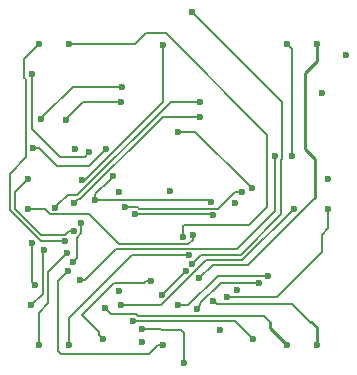
<source format=gbr>
G04 #@! TF.FileFunction,Copper,L2,Inr,Signal*
%FSLAX46Y46*%
G04 Gerber Fmt 4.6, Leading zero omitted, Abs format (unit mm)*
G04 Created by KiCad (PCBNEW 4.0.5) date Thu Feb 16 13:03:40 2017*
%MOMM*%
%LPD*%
G01*
G04 APERTURE LIST*
%ADD10C,0.100000*%
%ADD11C,0.600000*%
%ADD12C,0.200000*%
%ADD13C,0.250000*%
G04 APERTURE END LIST*
D10*
D11*
X6170729Y11862703D03*
X2270000Y16270000D03*
X2270000Y13730000D03*
X16300000Y11600000D03*
X15400000Y11400000D03*
X5770000Y27730000D03*
X5477162Y11039990D03*
X3230000Y27730000D03*
X5584046Y10000000D03*
X3230000Y2270000D03*
X15940376Y9839990D03*
X5770000Y2270000D03*
X16201255Y9126156D03*
X16200000Y30400000D03*
X6800000Y12600000D03*
X6871998Y16222330D03*
X13716000Y27686000D03*
X6144056Y9290808D03*
X13716000Y2286000D03*
X5700000Y8500000D03*
X13674456Y6466431D03*
X12000000Y3600000D03*
X15494000Y762000D03*
X15700000Y8500000D03*
X26770000Y27730000D03*
X16800000Y7900000D03*
X23219510Y18288000D03*
X24638000Y18288000D03*
X24230000Y27730000D03*
X6690000Y7750000D03*
X24230000Y2270000D03*
X8800000Y5400000D03*
X26770000Y2270000D03*
X18000000Y6000000D03*
X27730000Y13730000D03*
X19200000Y6300000D03*
X27730000Y16270000D03*
X24800000Y13800000D03*
X10200000Y5600000D03*
X27200000Y23600000D03*
X29200000Y26800000D03*
X3400000Y21378010D03*
X10300000Y24100000D03*
X14300000Y15300000D03*
X20000000Y6900000D03*
X6330000Y18800000D03*
X19800000Y14300000D03*
X10000000Y15200000D03*
X10000000Y6800000D03*
X5511008Y21322639D03*
X10200000Y22800000D03*
X11200000Y4300000D03*
X21336000Y2794000D03*
X12700000Y7700000D03*
X8636000Y2794000D03*
X11400000Y13300000D03*
X17933845Y13221064D03*
X10560010Y13901018D03*
X8900000Y18800000D03*
X2730500Y18923000D03*
X20400000Y15200000D03*
X17789969Y14356546D03*
X9545237Y16553263D03*
X2681085Y25171426D03*
X7500000Y18600000D03*
X8000000Y14500000D03*
X16600000Y5300000D03*
X18542000Y3556000D03*
X21844000Y7500000D03*
X15000000Y5600000D03*
X22600000Y8085990D03*
X11938000Y2540000D03*
X21235961Y15536793D03*
X15000000Y20300000D03*
X4585838Y13860010D03*
X16891000Y22860000D03*
X2667000Y10858500D03*
X2921000Y7302500D03*
X6239990Y14276120D03*
X3700000Y10320000D03*
X2600000Y5600000D03*
X16891000Y21590000D03*
D12*
X3400000Y11600000D02*
X5483762Y11600000D01*
X1228601Y15228601D02*
X1228601Y13771399D01*
X2270000Y16270000D02*
X1228601Y15228601D01*
X1228601Y13771399D02*
X3400000Y11600000D01*
X5483762Y11600000D02*
X5746465Y11862703D01*
X5746465Y11862703D02*
X6170729Y11862703D01*
X16300000Y11600000D02*
X16300000Y11175736D01*
X16300000Y11175736D02*
X15888275Y10764011D01*
X15888275Y10764011D02*
X10035989Y10764011D01*
X10035989Y10764011D02*
X7500000Y13300000D01*
X7500000Y13300000D02*
X4172762Y13300000D01*
X4172762Y13300000D02*
X3742762Y13730000D01*
X3742762Y13730000D02*
X2270000Y13730000D01*
X15400000Y11400000D02*
X15400000Y12288500D01*
X15400000Y12288500D02*
X15494000Y12382500D01*
X5770000Y27730000D02*
X11410500Y27730000D01*
X11410500Y27730000D02*
X12319000Y28638500D01*
X12319000Y28638500D02*
X13970000Y28638500D01*
X13970000Y28638500D02*
X22542500Y20066000D01*
X22542500Y20066000D02*
X22542500Y13906500D01*
X22542500Y13906500D02*
X21018500Y12382500D01*
X21018500Y12382500D02*
X15494000Y12382500D01*
X5052898Y11039990D02*
X5477162Y11039990D01*
X762000Y16764000D02*
X762000Y13716000D01*
X2126489Y18128489D02*
X762000Y16764000D01*
X3438010Y11039990D02*
X5052898Y11039990D01*
X2126490Y24745506D02*
X2126489Y18128489D01*
X1989998Y24881998D02*
X2126490Y24745506D01*
X1989998Y26489998D02*
X1989998Y24881998D01*
X3230000Y27730000D02*
X1989998Y26489998D01*
X762000Y13716000D02*
X3438010Y11039990D01*
X4033011Y5760521D02*
X4033011Y8448965D01*
X3230000Y4957510D02*
X4033011Y5760521D01*
X3230000Y2270000D02*
X3230000Y4957510D01*
X4033011Y8448965D02*
X5284047Y9700001D01*
X5284047Y9700001D02*
X5584046Y10000000D01*
X5770000Y4500000D02*
X11109990Y9839990D01*
X5770000Y2270000D02*
X5770000Y4500000D01*
X11109990Y9839990D02*
X15516112Y9839990D01*
X15516112Y9839990D02*
X15940376Y9839990D01*
X16501254Y9426155D02*
X16201255Y9126156D01*
X16981099Y9906000D02*
X16501254Y9426155D01*
X23779511Y22820489D02*
X23779511Y18019199D01*
X20320000Y9906000D02*
X16981099Y9906000D01*
X23769511Y13355511D02*
X20320000Y9906000D01*
X23779511Y18019199D02*
X23769511Y18009199D01*
X16200000Y30400000D02*
X23779511Y22820489D01*
X23769511Y18009199D02*
X23769511Y13355511D01*
X6444055Y11344055D02*
X6800000Y11700000D01*
X6800000Y11700000D02*
X6800000Y12600000D01*
X6144056Y9290808D02*
X6444055Y9590807D01*
X6444055Y9590807D02*
X6444055Y11344055D01*
X13716000Y22783490D02*
X7154840Y16222330D01*
X13716000Y27686000D02*
X13716000Y22783490D01*
X7154840Y16222330D02*
X6871998Y16222330D01*
X4826000Y1778000D02*
X4826000Y7626000D01*
X4826000Y7626000D02*
X5700000Y8500000D01*
X5080000Y1524000D02*
X4826000Y1778000D01*
X12529736Y1524000D02*
X5080000Y1524000D01*
X13716000Y2286000D02*
X13291736Y2286000D01*
X13291736Y2286000D02*
X12529736Y1524000D01*
X13674456Y6474456D02*
X13674456Y6466431D01*
X15700000Y8500000D02*
X13674456Y6474456D01*
X15240000Y3556000D02*
X15494000Y3302000D01*
X15494000Y3302000D02*
X15494000Y762000D01*
X12000000Y3600000D02*
X15240000Y3556000D01*
X20977989Y9039989D02*
X26600000Y14662000D01*
X17939989Y9039989D02*
X20977989Y9039989D01*
X16800000Y7900000D02*
X17939989Y9039989D01*
D13*
X25800000Y18800000D02*
X25800000Y25287238D01*
X25800000Y25287238D02*
X26770000Y26257238D01*
X26770000Y26257238D02*
X26770000Y27730000D01*
X26600000Y18000000D02*
X25800000Y18800000D01*
X26600000Y14662000D02*
X26600000Y18000000D01*
D12*
X20000000Y10400000D02*
X23219510Y13619510D01*
X23219510Y13619510D02*
X23219510Y18288000D01*
X9800000Y10400000D02*
X20000000Y10400000D01*
X7150000Y7750000D02*
X9800000Y10400000D01*
X6690000Y7750000D02*
X7150000Y7750000D01*
X24638000Y18288000D02*
X24638000Y27322000D01*
X24638000Y27322000D02*
X24230000Y27730000D01*
D13*
X22800000Y4200000D02*
X22800000Y3700000D01*
X22800000Y3700000D02*
X24230000Y2270000D01*
D12*
X9331998Y4868002D02*
X9099999Y5100001D01*
X22800000Y4200000D02*
X22331989Y4668011D01*
X11440002Y4868002D02*
X9331998Y4868002D01*
X22331989Y4668011D02*
X11639993Y4668011D01*
X9099999Y5100001D02*
X8800000Y5400000D01*
X11639993Y4668011D02*
X11440002Y4868002D01*
D13*
X26200000Y4200000D02*
X26312762Y4200000D01*
X26312762Y4200000D02*
X26770000Y3742762D01*
X26770000Y3742762D02*
X26770000Y2270000D01*
D12*
X26200000Y4200000D02*
X24700000Y5700000D01*
X18000000Y6000000D02*
X18299999Y5700001D01*
X18299999Y5700001D02*
X24699999Y5700001D01*
X24699999Y5700001D02*
X24700000Y5700000D01*
X27200000Y11600000D02*
X27730000Y12130000D01*
X27730000Y12130000D02*
X27730000Y13730000D01*
X27200000Y10100000D02*
X27200000Y11600000D01*
X23400000Y6300000D02*
X27200000Y10100000D01*
X19200000Y6300000D02*
X23400000Y6300000D01*
X10200000Y5600000D02*
X13600000Y5600000D01*
X13600000Y5600000D02*
X17400000Y9400000D01*
X17400000Y9400000D02*
X20400000Y9400000D01*
X20400000Y9400000D02*
X24800000Y13800000D01*
X6121990Y24100000D02*
X3699999Y21678009D01*
X3699999Y21678009D02*
X3400000Y21378010D01*
X10300000Y24100000D02*
X6121990Y24100000D01*
X10200000Y22800000D02*
X6988369Y22800000D01*
X5811007Y21622638D02*
X5511008Y21322639D01*
X6988369Y22800000D02*
X5811007Y21622638D01*
X21336000Y2794000D02*
X19900000Y4230000D01*
X11200000Y4300000D02*
X19830000Y4300000D01*
X19830000Y4300000D02*
X19900000Y4230000D01*
X12100000Y7524264D02*
X9624264Y7524264D01*
X9624264Y7524264D02*
X6900000Y4800000D01*
X12700000Y7700000D02*
X12275736Y7700000D01*
X12275736Y7700000D02*
X12100000Y7524264D01*
X8336001Y3363999D02*
X6900000Y4800000D01*
X8636000Y2794000D02*
X8336001Y3093999D01*
X8336001Y3093999D02*
X8336001Y3363999D01*
X11400000Y13300000D02*
X17854909Y13300000D01*
X17854909Y13300000D02*
X17933845Y13221064D01*
X17908383Y13246526D02*
X17933845Y13221064D01*
X10984274Y13901018D02*
X10560010Y13901018D01*
X11732266Y13796536D02*
X11627784Y13901018D01*
X18396536Y13796536D02*
X11732266Y13796536D01*
X11627784Y13901018D02*
X10984274Y13901018D01*
X19800000Y15200000D02*
X18396536Y13796536D01*
X20400000Y15200000D02*
X19800000Y15200000D01*
X7300000Y17400000D02*
X7500000Y17400000D01*
X7500000Y17400000D02*
X8900000Y18800000D01*
X3277000Y18923000D02*
X4800000Y17400000D01*
X4800000Y17400000D02*
X7300000Y17400000D01*
X2730500Y18923000D02*
X3277000Y18923000D01*
X17646515Y14500000D02*
X17789969Y14356546D01*
X8000000Y14500000D02*
X17646515Y14500000D01*
X8000000Y15008026D02*
X9245238Y16253264D01*
X8000000Y14500000D02*
X8000000Y15008026D01*
X9245238Y16253264D02*
X9545237Y16553263D01*
X5000000Y18200000D02*
X2681085Y20518915D01*
X2681085Y20518915D02*
X2681085Y25171426D01*
X7100000Y18200000D02*
X5000000Y18200000D01*
X7500000Y18600000D02*
X7100000Y18200000D01*
X16600000Y5300000D02*
X16899999Y5599999D01*
X16899999Y5599999D02*
X16899999Y5778284D01*
X16899999Y5778284D02*
X18621715Y7500000D01*
X21844000Y7500000D02*
X18621715Y7500000D01*
X15000000Y5600000D02*
X15881979Y5600000D01*
X15881979Y5600000D02*
X18367969Y8085990D01*
X18367969Y8085990D02*
X22175736Y8085990D01*
X22175736Y8085990D02*
X22600000Y8085990D01*
X20935962Y15836792D02*
X21235961Y15536793D01*
X16472754Y20300000D02*
X20935962Y15836792D01*
X15000000Y20300000D02*
X16472754Y20300000D01*
X6487582Y14933082D02*
X5658910Y14933082D01*
X16891000Y22860000D02*
X14414500Y22860000D01*
X4885837Y14160009D02*
X4585838Y13860010D01*
X5658910Y14933082D02*
X4885837Y14160009D01*
X14414500Y22860000D02*
X6487582Y14933082D01*
X2667000Y7556500D02*
X2921000Y7302500D01*
X2667000Y10858500D02*
X2667000Y7556500D01*
X6692105Y14576119D02*
X6539989Y14576119D01*
X13705986Y21590000D02*
X6692105Y14576119D01*
X16891000Y21590000D02*
X13705986Y21590000D01*
X6539989Y14576119D02*
X6239990Y14276120D01*
X3570000Y6570000D02*
X3570000Y10190000D01*
X3570000Y10190000D02*
X3700000Y10320000D01*
X2600000Y5600000D02*
X3570000Y6570000D01*
M02*

</source>
